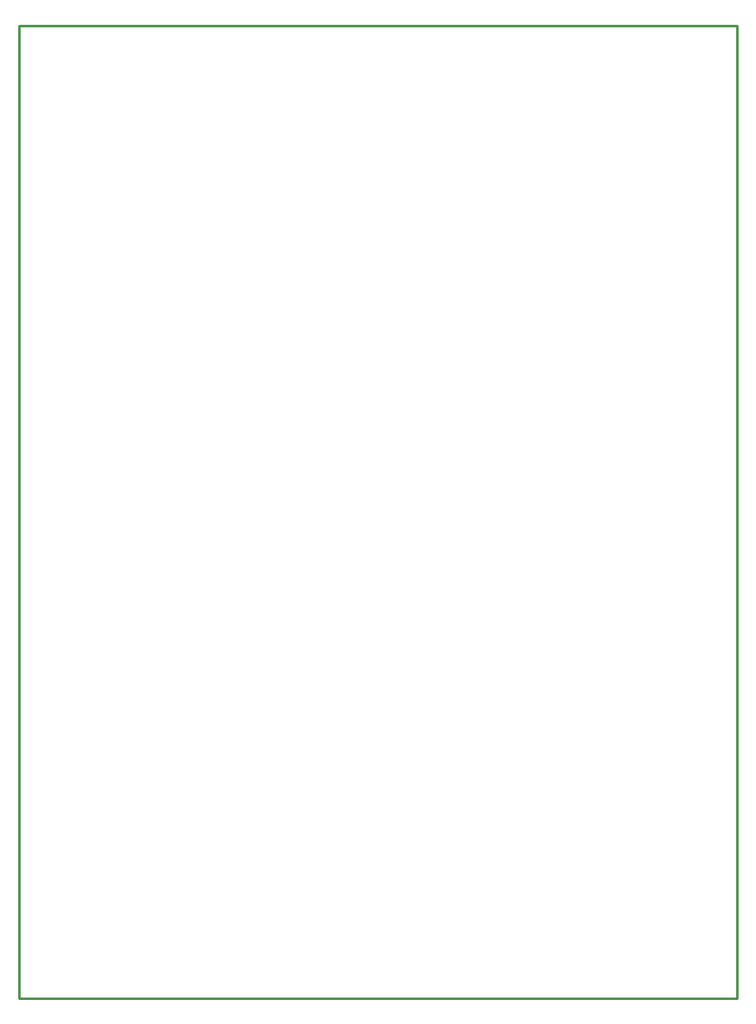
<source format=gko>
G04 Layer: BoardOutlineLayer*
G04 EasyEDA Pro v2.2.28.1, 2024-10-19 22:50:09*
G04 Gerber Generator version 0.3*
G04 Scale: 100 percent, Rotated: No, Reflected: No*
G04 Dimensions in millimeters*
G04 Leading zeros omitted, absolute positions, 3 integers and 5 decimals*
%FSLAX35Y35*%
%MOMM*%
%ADD10C,0.254*%
G75*


G04 PolygonModel Start*
G54D10*
G01X1449997Y-1499997D02*
G01X1449997Y8449983D01*
G01X8499856Y8450072D01*
G01X8800084Y8450072D01*
G01X8800084Y-1499870D01*
G01X1450086Y-1499870D01*

M02*


</source>
